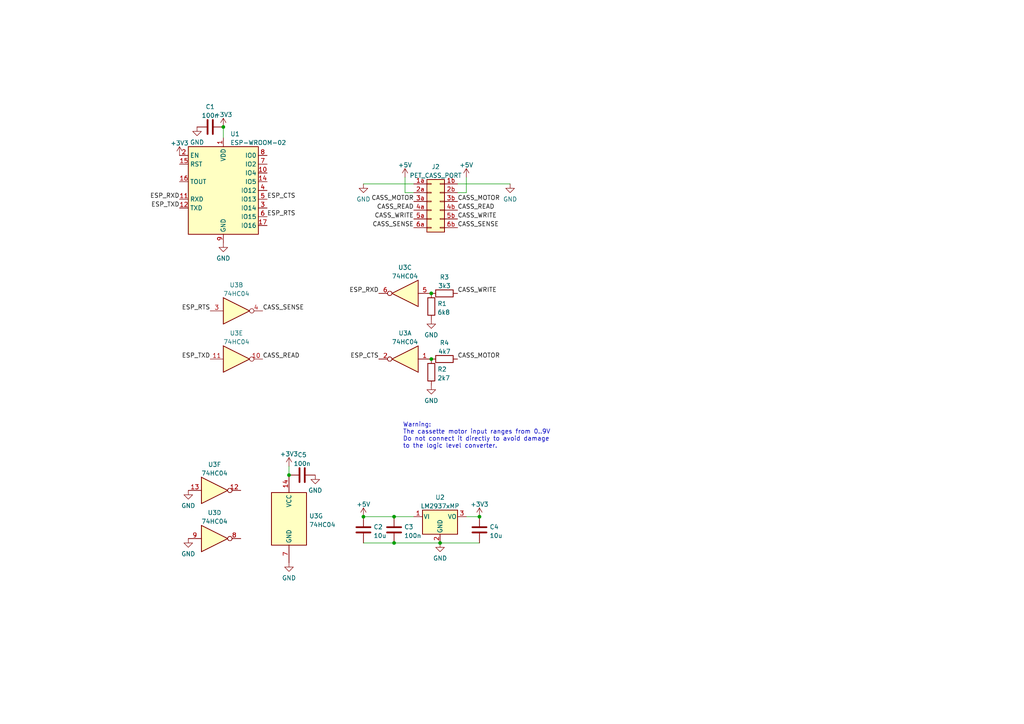
<source format=kicad_sch>
(kicad_sch (version 20211123) (generator eeschema)
  (paper "A4")
  (lib_symbols
    (symbol "74xx:74HC04"
      (property "Reference" "U" (at 0 1.27 0))
      (property "Value" "74HC04" (at 0 -1.27 0))
      (symbol "74HC04_1_0"
        (polyline (pts (xy -3.81 3.81) (xy -3.81 -3.81) (xy 3.81 0) (xy -3.81 3.81)) (stroke (width 0.254)) (fill (type background)))
        (pin input line (at -7.62 0 0) (length 3.81) (name "~") (number "1"))
        (pin output inverted (at 7.62 0 180) (length 3.81) (name "~") (number "2"))
      )
      (symbol "74HC04_2_0"
        (polyline (pts (xy -3.81 3.81) (xy -3.81 -3.81) (xy 3.81 0) (xy -3.81 3.81)) (stroke (width 0.254)) (fill (type background)))
        (pin input line (at -7.62 0 0) (length 3.81) (name "~") (number "3"))
        (pin output inverted (at 7.62 0 180) (length 3.81) (name "~") (number "4"))
      )
      (symbol "74HC04_3_0"
        (polyline (pts (xy -3.81 3.81) (xy -3.81 -3.81) (xy 3.81 0) (xy -3.81 3.81)) (stroke (width 0.254)) (fill (type background)))
        (pin input line (at -7.62 0 0) (length 3.81) (name "~") (number "5"))
        (pin output inverted (at 7.62 0 180) (length 3.81) (name "~") (number "6"))
      )
      (symbol "74HC04_4_0"
        (polyline (pts (xy -3.81 3.81) (xy -3.81 -3.81) (xy 3.81 0) (xy -3.81 3.81)) (stroke (width 0.254)) (fill (type background)))
        (pin output inverted (at 7.62 0 180) (length 3.81) (name "~") (number "8"))
        (pin input line (at -7.62 0 0) (length 3.81) (name "~") (number "9"))
      )
      (symbol "74HC04_5_0"
        (polyline (pts (xy -3.81 3.81) (xy -3.81 -3.81) (xy 3.81 0) (xy -3.81 3.81)) (stroke (width 0.254)) (fill (type background)))
        (pin output inverted (at 7.62 0 180) (length 3.81) (name "~") (number "10"))
        (pin input line (at -7.62 0 0) (length 3.81) (name "~") (number "11"))
      )
      (symbol "74HC04_6_0"
        (polyline (pts (xy -3.81 3.81) (xy -3.81 -3.81) (xy 3.81 0) (xy -3.81 3.81)) (stroke (width 0.254)) (fill (type background)))
        (pin output inverted (at 7.62 0 180) (length 3.81) (name "~") (number "12"))
        (pin input line (at -7.62 0 0) (length 3.81) (name "~") (number "13"))
      )
      (symbol "74HC04_7_0"
        (pin power_in line (at 0 12.7 270) (length 5.08) (name "VCC") (number "14"))
        (pin power_in line (at 0 -12.7 90) (length 5.08) (name "GND") (number "7"))
      )
      (symbol "74HC04_7_1"
        (rectangle (start -5.08 7.62) (end 5.08 -7.62) (stroke (width 0.254)) (fill (type background)))
      )
    )
    (symbol "Connector_Generic:Conn_02x06_Row_Letter_Last" (pin_names (offset 1.016) hide)
      (property "Reference" "J" (at 1.27 7.62 0))
      (property "Value" "Conn_02x06_Row_Letter_Last" (at 1.27 -10.16 0))
      (symbol "Conn_02x06_Row_Letter_Last_1_1"
        (rectangle (start -1.27 -7.493) (end 0 -7.747) (stroke (width 0.1524)))
        (rectangle (start -1.27 -4.953) (end 0 -5.207) (stroke (width 0.1524)))
        (rectangle (start -1.27 -2.413) (end 0 -2.667) (stroke (width 0.1524)))
        (rectangle (start -1.27 0.127) (end 0 -0.127) (stroke (width 0.1524)))
        (rectangle (start -1.27 2.667) (end 0 2.413) (stroke (width 0.1524)))
        (rectangle (start -1.27 5.207) (end 0 4.953) (stroke (width 0.1524)))
        (rectangle (start -1.27 6.35) (end 3.81 -8.89) (stroke (width 0.254)) (fill (type background)))
        (rectangle (start 3.81 -7.493) (end 2.54 -7.747) (stroke (width 0.1524)))
        (rectangle (start 3.81 -4.953) (end 2.54 -5.207) (stroke (width 0.1524)))
        (rectangle (start 3.81 -2.413) (end 2.54 -2.667) (stroke (width 0.1524)))
        (rectangle (start 3.81 0.127) (end 2.54 -0.127) (stroke (width 0.1524)))
        (rectangle (start 3.81 2.667) (end 2.54 2.413) (stroke (width 0.1524)))
        (rectangle (start 3.81 5.207) (end 2.54 4.953) (stroke (width 0.1524)))
        (pin passive line (at -5.08 5.08 0) (length 3.81) (name "Pin_1a") (number "1a"))
        (pin passive line (at 7.62 5.08 180) (length 3.81) (name "Pin_1b") (number "1b"))
        (pin passive line (at -5.08 2.54 0) (length 3.81) (name "Pin_2a") (number "2a"))
        (pin passive line (at 7.62 2.54 180) (length 3.81) (name "Pin_2b") (number "2b"))
        (pin passive line (at -5.08 0 0) (length 3.81) (name "Pin_3a") (number "3a"))
        (pin passive line (at 7.62 0 180) (length 3.81) (name "Pin_3b") (number "3b"))
        (pin passive line (at -5.08 -2.54 0) (length 3.81) (name "Pin_4a") (number "4a"))
        (pin passive line (at 7.62 -2.54 180) (length 3.81) (name "Pin_4b") (number "4b"))
        (pin passive line (at -5.08 -5.08 0) (length 3.81) (name "Pin_5a") (number "5a"))
        (pin passive line (at 7.62 -5.08 180) (length 3.81) (name "Pin_5b") (number "5b"))
        (pin passive line (at -5.08 -7.62 0) (length 3.81) (name "Pin_6a") (number "6a"))
        (pin passive line (at 7.62 -7.62 180) (length 3.81) (name "Pin_6b") (number "6b"))
      )
    )
    (symbol "Device:C" (pin_numbers hide) (pin_names (offset 0.254))
      (property "Reference" "C" (at 0.635 2.54 0))
      (property "Value" "C" (at 0.635 -2.54 0))
      (symbol "C_0_1"
        (polyline (pts (xy -2.032 -0.762) (xy 2.032 -0.762)) (stroke (width 0.508)))
        (polyline (pts (xy -2.032 0.762) (xy 2.032 0.762)) (stroke (width 0.508)))
      )
      (symbol "C_1_1"
        (pin passive line (at 0 3.81 270) (length 2.794) (name "~") (number "1"))
        (pin passive line (at 0 -3.81 90) (length 2.794) (name "~") (number "2"))
      )
    )
    (symbol "Device:R" (pin_numbers hide) (pin_names (offset 0))
      (property "Reference" "R" (at 2.032 0 90))
      (property "Value" "R" (at 0 0 90))
      (symbol "R_0_1"
        (rectangle (start -1.016 -2.54) (end 1.016 2.54) (stroke (width 0.254)))
      )
      (symbol "R_1_1"
        (pin passive line (at 0 3.81 270) (length 1.27) (name "~") (number "1"))
        (pin passive line (at 0 -3.81 90) (length 1.27) (name "~") (number "2"))
      )
    )
    (symbol "RF_Module:ESP-WROOM-02"
      (property "Reference" "U" (at -7.62 13.97 0))
      (property "Value" "ESP-WROOM-02" (at 10.16 13.97 0))
      (symbol "ESP-WROOM-02_0_1"
        (rectangle (start 10.16 12.7) (end -10.16 -12.7) (stroke (width 0.254)) (fill (type background)))
      )
      (symbol "ESP-WROOM-02_1_1"
        (pin power_in line (at 0 15.24 270) (length 2.54) (name "VDD") (number "1"))
        (pin bidirectional line (at 12.7 5.08 180) (length 2.54) (name "IO4") (number "10"))
        (pin bidirectional line (at -12.7 -2.54 0) (length 2.54) (name "RXD") (number "11"))
        (pin bidirectional line (at -12.7 -5.08 0) (length 2.54) (name "TXD") (number "12"))
        (pin passive line (at 0 -15.24 90) (length 2.54) hide (name "GND") (number "13"))
        (pin bidirectional line (at 12.7 2.54 180) (length 2.54) (name "IO5") (number "14"))
        (pin input line (at -12.7 7.62 0) (length 2.54) (name "RST") (number "15"))
        (pin input line (at -12.7 2.54 0) (length 2.54) (name "TOUT") (number "16"))
        (pin bidirectional line (at 12.7 -10.16 180) (length 2.54) (name "IO16") (number "17"))
        (pin passive line (at 0 -15.24 90) (length 2.54) hide (name "GND") (number "18"))
        (pin passive line (at 0 -15.24 90) (length 2.54) hide (name "GND") (number "19"))
        (pin input line (at -12.7 10.16 0) (length 2.54) (name "EN") (number "2"))
        (pin bidirectional line (at 12.7 -5.08 180) (length 2.54) (name "IO14") (number "3"))
        (pin bidirectional line (at 12.7 0 180) (length 2.54) (name "IO12") (number "4"))
        (pin bidirectional line (at 12.7 -2.54 180) (length 2.54) (name "IO13") (number "5"))
        (pin bidirectional line (at 12.7 -7.62 180) (length 2.54) (name "IO15") (number "6"))
        (pin bidirectional line (at 12.7 7.62 180) (length 2.54) (name "IO2") (number "7"))
        (pin bidirectional line (at 12.7 10.16 180) (length 2.54) (name "IO0") (number "8"))
        (pin power_in line (at 0 -15.24 90) (length 2.54) (name "GND") (number "9"))
      )
    )
    (symbol "Regulator_Linear:LM2937xMP" (pin_names (offset 0.254))
      (property "Reference" "U" (at -3.81 3.175 0))
      (property "Value" "LM2937xMP" (at 0 3.175 0))
      (symbol "LM2937xMP_0_1"
        (rectangle (start -5.08 -5.08) (end 5.08 1.905) (stroke (width 0.254)) (fill (type background)))
      )
      (symbol "LM2937xMP_1_1"
        (pin power_in line (at -7.62 0 0) (length 2.54) (name "VI") (number "1"))
        (pin power_in line (at 0 -7.62 90) (length 2.54) (name "GND") (number "2"))
        (pin power_out line (at 7.62 0 180) (length 2.54) (name "VO") (number "3"))
      )
    )
    (symbol "power:+3V3" (power) (pin_names (offset 0))
      (property "Value" "+3V3" (at 0 3.556 0))
      (symbol "+3V3_0_1"
        (polyline (pts (xy -0.762 1.27) (xy 0 2.54)))
        (polyline (pts (xy 0 0) (xy 0 2.54)))
        (polyline (pts (xy 0 2.54) (xy 0.762 1.27)))
      )
      (symbol "+3V3_1_1"
        (pin power_in line (at 0 0 90) (length 0) hide (name "+3V3") (number "1"))
      )
    )
    (symbol "power:+5V" (power) (pin_names (offset 0))
      (property "Value" "+5V" (at 0 3.556 0))
      (symbol "+5V_0_1"
        (polyline (pts (xy -0.762 1.27) (xy 0 2.54)))
        (polyline (pts (xy 0 0) (xy 0 2.54)))
        (polyline (pts (xy 0 2.54) (xy 0.762 1.27)))
      )
      (symbol "+5V_1_1"
        (pin power_in line (at 0 0 90) (length 0) hide (name "+5V") (number "1"))
      )
    )
    (symbol "power:GND" (power) (pin_names (offset 0))
      (property "Value" "GND" (at 0 -3.81 0))
      (symbol "GND_0_1"
        (polyline (pts (xy 0 0) (xy 0 -1.27) (xy 1.27 -1.27) (xy 0 -2.54) (xy -1.27 -1.27) (xy 0 -1.27)))
      )
      (symbol "GND_1_1"
        (pin power_in line (at 0 0 270) (length 0) hide (name "GND") (number "1"))
      )
    )
  )
  (junction (at 127.635 157.48))
  (junction (at 83.82 137.795))
  (junction (at 114.3 149.86))
  (junction (at 114.3 157.48))
  (junction (at 125.095 85.09))
  (junction (at 139.065 149.86))
  (junction (at 105.41 149.86))
  (junction (at 125.095 104.14))
  (junction (at 64.77 36.83))
  (wire (pts (xy 105.41 149.86) (xy 114.3 149.86)))
  (wire (pts (xy 105.41 157.48) (xy 114.3 157.48)))
  (wire (pts (xy 83.82 137.795) (xy 83.82 135.255)))
  (wire (pts (xy 135.255 149.86) (xy 139.065 149.86)))
  (wire (pts (xy 120.015 55.88) (xy 117.475 55.88)))
  (wire (pts (xy 64.77 36.83) (xy 64.77 40.005)))
  (wire (pts (xy 114.3 157.48) (xy 127.635 157.48)))
  (wire (pts (xy 105.41 53.34) (xy 120.015 53.34)))
  (wire (pts (xy 127.635 157.48) (xy 139.065 157.48)))
  (wire (pts (xy 117.475 51.435) (xy 117.475 55.88)))
  (wire (pts (xy 132.715 53.34) (xy 147.955 53.34)))
  (wire (pts (xy 114.3 149.86) (xy 120.015 149.86)))
  (wire (pts (xy 135.255 55.88) (xy 135.255 51.435)))
  (wire (pts (xy 132.715 55.88) (xy 135.255 55.88)))
  (text "Warning:\nThe cassette motor input ranges from 0..9V\nDo not connect it directly to avoid damage\nto the logic level converter." (at 116.84 130.175 0) (effects (font (size 1.27 1.27)) (justify left bottom)))
  (label "CASS_WRITE" (at 132.715 63.5 0))
  (label "ESP_RXD" (at 109.855 85.09 180))
  (label "ESP_RXD" (at 52.07 57.785 180))
  (label "CASS_READ" (at 120.015 60.96 180))
  (label "ESP_CTS" (at 77.47 57.785 0))
  (label "ESP_RTS" (at 77.47 62.865 0))
  (label "CASS_SENSE" (at 76.2 90.17 0))
  (label "CASS_MOTOR" (at 120.015 58.42 180))
  (label "ESP_TXD" (at 52.07 60.325 180))
  (label "ESP_RTS" (at 60.96 90.17 180))
  (label "CASS_SENSE" (at 120.015 66.04 180))
  (label "CASS_WRITE" (at 120.015 63.5 180))
  (label "CASS_WRITE" (at 132.715 85.09 0))
  (label "CASS_READ" (at 132.715 60.96 0))
  (label "CASS_MOTOR" (at 132.715 58.42 0))
  (label "CASS_READ" (at 76.2 104.14 0))
  (label "CASS_MOTOR" (at 132.715 104.14 0))
  (label "ESP_TXD" (at 60.96 104.14 180))
  (label "CASS_SENSE" (at 132.715 66.04 0))
  (label "ESP_CTS" (at 109.855 104.14 180))
  (symbol (lib_id "74xx:74HC04") (at 68.58 104.14 0) (unit 5)
    (property "Reference" "U3" (at 68.58 96.6302 0))
    (property "Value" "74HC04" (at 68.58 99.1671 0))
    (property "Footprint" "Package_SO:SOIC-14_3.9x8.7mm_P1.27mm" (effects hide))
    (property "Datasheet" "https://assets.nexperia.com/documents/data-sheet/74HC_HCT04.pdf" (effects hide))
  )
  (symbol (lib_id "Device:R") (at 125.095 107.95 180) (unit 1)
    (property "Reference" "R2" (at 126.873 107.1153 0) (effects (justify right)))
    (property "Value" "2k7" (at 126.873 109.6522 0) (effects (justify right)))
    (property "Footprint" "Resistor_SMD:R_0805_2012Metric" (effects hide))
  )
  (symbol (lib_id "power:+3V3") (at 83.82 135.255 0) (unit 1)
    (property "Reference" "#PWR0109" (effects hide))
    (property "Value" "+3V3" (at 83.82 131.6792 0))
  )
  (symbol (lib_id "Device:C") (at 114.3 153.67 0) (unit 1)
    (property "Reference" "C3" (at 117.221 152.8353 0) (effects (justify left)))
    (property "Value" "100n" (at 117.221 155.3722 0) (effects (justify left)))
    (property "Footprint" "Capacitor_SMD:C_0805_2012Metric" (effects hide))
  )
  (symbol (lib_id "power:GND") (at 64.77 70.485 0) (unit 1)
    (property "Reference" "#PWR0106" (effects hide))
    (property "Value" "GND" (at 64.77 74.9284 0))
  )
  (symbol (lib_id "power:GND") (at 57.15 36.83 0) (unit 1)
    (property "Reference" "#PWR0101" (effects hide))
    (property "Value" "GND" (at 57.15 41.2734 0))
  )
  (symbol (lib_id "Device:C") (at 105.41 153.67 0) (unit 1)
    (property "Reference" "C2" (at 108.331 152.8353 0) (effects (justify left)))
    (property "Value" "10u" (at 108.331 155.3722 0) (effects (justify left)))
    (property "Footprint" "Capacitor_SMD:C_0805_2012Metric" (effects hide))
  )
  (symbol (lib_id "Device:R") (at 125.095 88.9 180) (unit 1)
    (property "Reference" "R1" (at 126.873 88.0653 0) (effects (justify right)))
    (property "Value" "6k8" (at 126.873 90.6022 0) (effects (justify right)))
    (property "Footprint" "Resistor_SMD:R_0805_2012Metric" (effects hide))
  )
  (symbol (lib_id "Regulator_Linear:LM2937xMP") (at 127.635 149.86 0) (unit 1)
    (property "Reference" "U2" (at 127.635 144.2552 0))
    (property "Value" "LM2937xMP" (at 127.635 146.7921 0))
    (property "Footprint" "Package_TO_SOT_SMD:SOT-223-3_TabPin2" (effects hide))
    (property "Datasheet" "http://www.ti.com/lit/ds/symlink/lm2937.pdf" (effects hide))
  )
  (symbol (lib_id "74xx:74HC04") (at 62.23 156.21 0) (unit 4)
    (property "Reference" "U3" (at 62.23 148.7002 0))
    (property "Value" "74HC04" (at 62.23 151.2371 0))
    (property "Footprint" "Package_SO:SOIC-14_3.9x8.7mm_P1.27mm" (effects hide))
    (property "Datasheet" "https://assets.nexperia.com/documents/data-sheet/74HC_HCT04.pdf" (effects hide))
  )
  (symbol (lib_id "74xx:74HC04") (at 117.475 85.09 180) (unit 3)
    (property "Reference" "U3" (at 117.475 77.5802 0))
    (property "Value" "74HC04" (at 117.475 80.1171 0))
    (property "Footprint" "Package_SO:SOIC-14_3.9x8.7mm_P1.27mm" (effects hide))
    (property "Datasheet" "https://assets.nexperia.com/documents/data-sheet/74HC_HCT04.pdf" (effects hide))
  )
  (symbol (lib_id "power:GND") (at 147.955 53.34 0) (unit 1)
    (property "Reference" "#PWR0114" (effects hide))
    (property "Value" "GND" (at 147.955 57.7834 0))
  )
  (symbol (lib_id "power:+3V3") (at 139.065 149.86 0) (unit 1)
    (property "Reference" "#PWR0105" (effects hide))
    (property "Value" "+3V3" (at 139.065 146.2842 0))
  )
  (symbol (lib_id "74xx:74HC04") (at 117.475 104.14 180) (unit 1)
    (property "Reference" "U3" (at 117.475 96.6302 0))
    (property "Value" "74HC04" (at 117.475 99.1671 0))
    (property "Footprint" "Package_SO:SOIC-14_3.9x8.7mm_P1.27mm" (effects hide))
    (property "Datasheet" "https://assets.nexperia.com/documents/data-sheet/74HC_HCT04.pdf" (effects hide))
  )
  (symbol (lib_id "power:+3V3") (at 52.07 45.085 0) (unit 1)
    (property "Reference" "#PWR0117" (effects hide))
    (property "Value" "+3V3" (at 52.07 41.5092 0))
  )
  (symbol (lib_id "Device:C") (at 139.065 153.67 0) (unit 1)
    (property "Reference" "C4" (at 141.986 152.8353 0) (effects (justify left)))
    (property "Value" "10u" (at 141.986 155.3722 0) (effects (justify left)))
    (property "Footprint" "Capacitor_SMD:C_0805_2012Metric" (effects hide))
  )
  (symbol (lib_id "power:GND") (at 125.095 92.71 0) (unit 1)
    (property "Reference" "#PWR0107" (effects hide))
    (property "Value" "GND" (at 125.095 97.1534 0))
  )
  (symbol (lib_id "power:GND") (at 54.61 142.24 0) (unit 1)
    (property "Reference" "#PWR0118" (effects hide))
    (property "Value" "GND" (at 54.61 146.6834 0))
  )
  (symbol (lib_id "power:GND") (at 54.61 156.21 0) (unit 1)
    (property "Reference" "#PWR0116" (effects hide))
    (property "Value" "GND" (at 54.61 160.6534 0))
  )
  (symbol (lib_id "power:GND") (at 105.41 53.34 0) (unit 1)
    (property "Reference" "#PWR0110" (effects hide))
    (property "Value" "GND" (at 105.41 57.7834 0))
  )
  (symbol (lib_id "power:+3V3") (at 64.77 36.83 0) (unit 1)
    (property "Reference" "#PWR0102" (effects hide))
    (property "Value" "+3V3" (at 64.77 33.2542 0))
  )
  (symbol (lib_id "power:GND") (at 125.095 111.76 0) (unit 1)
    (property "Reference" "#PWR0108" (effects hide))
    (property "Value" "GND" (at 125.095 116.2034 0))
  )
  (symbol (lib_id "power:GND") (at 91.44 137.795 0) (unit 1)
    (property "Reference" "#PWR0111" (effects hide))
    (property "Value" "GND" (at 91.44 142.2384 0))
  )
  (symbol (lib_id "Connector_Generic:Conn_02x06_Row_Letter_Last") (at 125.095 58.42 0) (unit 1)
    (property "Reference" "J2" (at 126.365 48.3702 0))
    (property "Value" "PET_CASS_PORT" (at 126.365 50.9071 0))
    (property "Footprint" "onitake:Sullins_EBM06DRAN_2x06_P3.96mm_Female_Card_Edge_Right_Angle" (effects hide))
  )
  (symbol (lib_id "power:GND") (at 127.635 157.48 0) (unit 1)
    (property "Reference" "#PWR0104" (effects hide))
    (property "Value" "GND" (at 127.635 161.9234 0))
  )
  (symbol (lib_id "RF_Module:ESP-WROOM-02") (at 64.77 55.245 0) (unit 1)
    (property "Reference" "U1" (at 66.7894 38.8452 0) (effects (justify left)))
    (property "Value" "ESP-WROOM-02" (at 66.7894 41.3821 0) (effects (justify left)))
    (property "Footprint" "RF_Module:ESP-WROOM-02" (effects hide))
    (property "Datasheet" "https://www.espressif.com/sites/default/files/documentation/0c-esp-wroom-02_datasheet_en.pdf" (effects hide))
  )
  (symbol (lib_id "Device:R") (at 128.905 104.14 270) (unit 1)
    (property "Reference" "R4" (at 128.905 99.4242 90))
    (property "Value" "4k7" (at 128.905 101.9611 90))
    (property "Footprint" "Resistor_SMD:R_0805_2012Metric" (effects hide))
  )
  (symbol (lib_id "Device:C") (at 87.63 137.795 90) (unit 1)
    (property "Reference" "C5" (at 87.63 131.9362 90))
    (property "Value" "100n" (at 87.63 134.4731 90))
    (property "Footprint" "Capacitor_SMD:C_0805_2012Metric" (effects hide))
  )
  (symbol (lib_id "power:+5V") (at 105.41 149.86 0) (unit 1)
    (property "Reference" "#PWR0103" (effects hide))
    (property "Value" "+5V" (at 105.41 146.2842 0))
  )
  (symbol (lib_id "power:+5V") (at 135.255 51.435 0) (unit 1)
    (property "Reference" "#PWR0115" (effects hide))
    (property "Value" "+5V" (at 135.255 47.8592 0))
  )
  (symbol (lib_id "power:GND") (at 83.82 163.195 0) (unit 1)
    (property "Reference" "#PWR0112" (effects hide))
    (property "Value" "GND" (at 83.82 167.6384 0))
  )
  (symbol (lib_id "Device:R") (at 128.905 85.09 270) (unit 1)
    (property "Reference" "R3" (at 128.905 80.3742 90))
    (property "Value" "3k3" (at 128.905 82.9111 90))
    (property "Footprint" "Resistor_SMD:R_0805_2012Metric" (effects hide))
  )
  (symbol (lib_id "74xx:74HC04") (at 83.82 150.495 0) (unit 7)
    (property "Reference" "U3" (at 89.662 149.6603 0) (effects (justify left)))
    (property "Value" "74HC04" (at 89.662 152.1972 0) (effects (justify left)))
    (property "Footprint" "Package_SO:SOIC-14_3.9x8.7mm_P1.27mm" (effects hide))
    (property "Datasheet" "https://assets.nexperia.com/documents/data-sheet/74HC_HCT04.pdf" (effects hide))
  )
  (symbol (lib_id "Device:C") (at 60.96 36.83 90) (unit 1)
    (property "Reference" "C1" (at 60.96 30.9712 90))
    (property "Value" "100n" (at 60.96 33.5081 90))
    (property "Footprint" "Capacitor_SMD:C_0805_2012Metric" (effects hide))
  )
  (symbol (lib_id "power:+5V") (at 117.475 51.435 0) (unit 1)
    (property "Reference" "#PWR0113" (effects hide))
    (property "Value" "+5V" (at 117.475 47.8592 0))
  )
  (symbol (lib_id "74xx:74HC04") (at 68.58 90.17 0) (unit 2)
    (property "Reference" "U3" (at 68.58 82.6602 0))
    (property "Value" "74HC04" (at 68.58 85.1971 0))
    (property "Footprint" "Package_SO:SOIC-14_3.9x8.7mm_P1.27mm" (effects hide))
    (property "Datasheet" "https://assets.nexperia.com/documents/data-sheet/74HC_HCT04.pdf" (effects hide))
  )
  (symbol (lib_id "74xx:74HC04") (at 62.23 142.24 0) (unit 6)
    (property "Reference" "U3" (at 62.23 134.7302 0))
    (property "Value" "74HC04" (at 62.23 137.2671 0))
    (property "Footprint" "Package_SO:SOIC-14_3.9x8.7mm_P1.27mm" (effects hide))
    (property "Datasheet" "https://assets.nexperia.com/documents/data-sheet/74HC_HCT04.pdf" (effects hide))
  )
)
</source>
